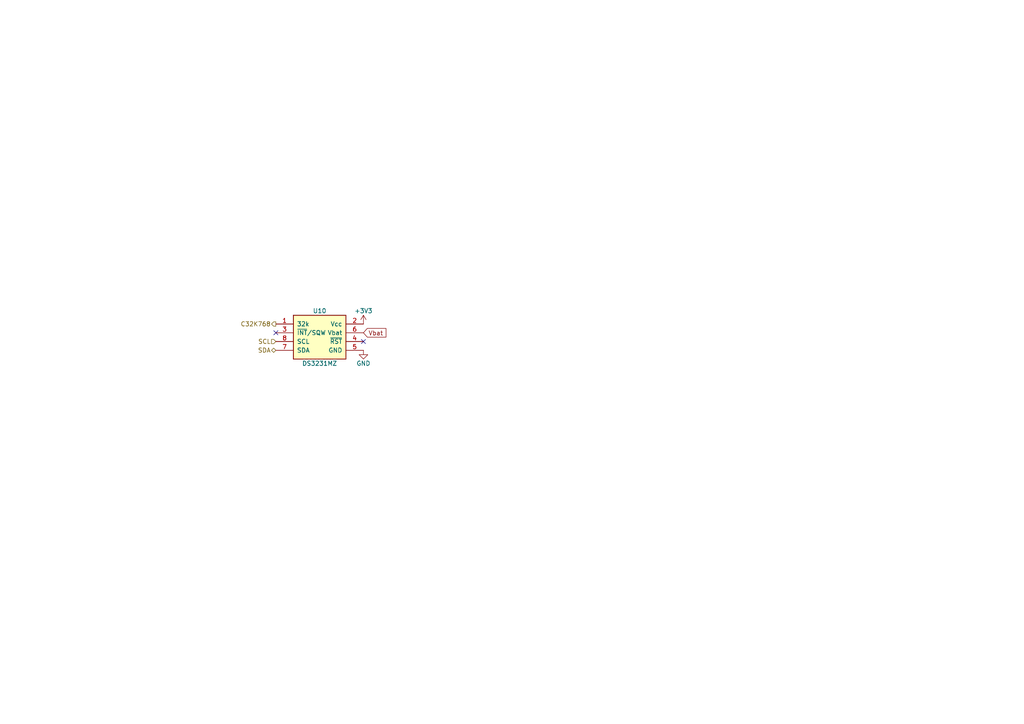
<source format=kicad_sch>
(kicad_sch (version 20230121) (generator eeschema)
  (paper "A4")
  (lib_symbols
    (symbol "GW_Digital:DS3231MZ" (pin_names (offset 1.016))
      (property "Reference" "U" (at 0 7.62 0))
      (property "Value" "DS3231MZ" (at 0 -7.62 0))
      (symbol "DS3231MZ_0_1"
        (rectangle (start -7.62 6.35) (end 7.62 -6.35) (stroke (width 0.254)) (fill (type background)))
      )
      (symbol "DS3231MZ_1_0"
        (pin output line (at -12.7 3.81 0) (length 5.08) (name "32k") (number "1"))
        (pin power_in line (at 12.7 3.81 180) (length 5.08) (name "Vcc") (number "2"))
        (pin output line (at -12.7 1.27 0) (length 5.08) (name "~{INT}/SQW") (number "3"))
        (pin open_collector line (at 12.7 -1.27 180) (length 5.08) (name "~{RST}") (number "4"))
        (pin power_in line (at 12.7 -3.81 180) (length 5.08) (name "GND") (number "5"))
        (pin power_in line (at 12.7 1.27 180) (length 5.08) (name "Vbat") (number "6"))
        (pin bidirectional line (at -12.7 -3.81 0) (length 5.08) (name "SDA") (number "7"))
        (pin input line (at -12.7 -1.27 0) (length 5.08) (name "SCL") (number "8"))
      )
    )
    (symbol "power:+3V3" (power) (pin_names (offset 0))
      (property "Value" "+3V3" (at 0 3.556 0))
      (symbol "+3V3_0_1"
        (polyline (pts (xy -0.762 1.27) (xy 0 2.54)))
        (polyline (pts (xy 0 0) (xy 0 2.54)))
        (polyline (pts (xy 0 2.54) (xy 0.762 1.27)))
      )
      (symbol "+3V3_1_1"
        (pin power_in line (at 0 0 90) (length 0) hide (name "+3V3") (number "1"))
      )
    )
    (symbol "power:GND" (power) (pin_names (offset 0))
      (property "Value" "GND" (at 0 -3.81 0))
      (symbol "GND_0_1"
        (polyline (pts (xy 0 0) (xy 0 -1.27) (xy 1.27 -1.27) (xy 0 -2.54) (xy -1.27 -1.27) (xy 0 -1.27)))
      )
      (symbol "GND_1_1"
        (pin power_in line (at 0 0 270) (length 0) hide (name "GND") (number "1"))
      )
    )
  )
  (no_connect (at 105.41 99.06))
  (no_connect (at 80.01 96.52))
  (global_label "Vbat" (shape input) (at 105.41 96.52 0) (property "Intersheetrefs" "${INTERSHEET_REFS}" (effects hide)))
  (hierarchical_label "C32K768" (shape output) (at 80.01 93.98 180))
  (hierarchical_label "SCL" (shape input) (at 80.01 99.06 180))
  (hierarchical_label "SDA" (shape bidirectional) (at 80.01 101.6 180))
  (symbol (lib_id "power:+3V3") (at 105.41 93.98 0) (mirror y) (unit 1)
    (property "Reference" "#PWR059" (effects hide))
    (property "Value" "+3V3" (at 105.41 90.17 0))
  )
  (symbol (lib_id "GW_Digital:DS3231MZ") (at 92.71 97.79 0) (unit 1)
    (property "Reference" "U10" (at 92.71 90.17 0))
    (property "Value" "DS3231MZ" (at 92.71 105.41 0))
    (property "Footprint" "stdpads:SOIC-8_3.9mm" (effects hide))
  )
  (symbol (lib_id "power:GND") (at 105.41 101.6 0) (unit 1)
    (property "Reference" "#PWR046" (effects hide))
    (property "Value" "GND" (at 105.41 105.41 0))
  )
)
</source>
